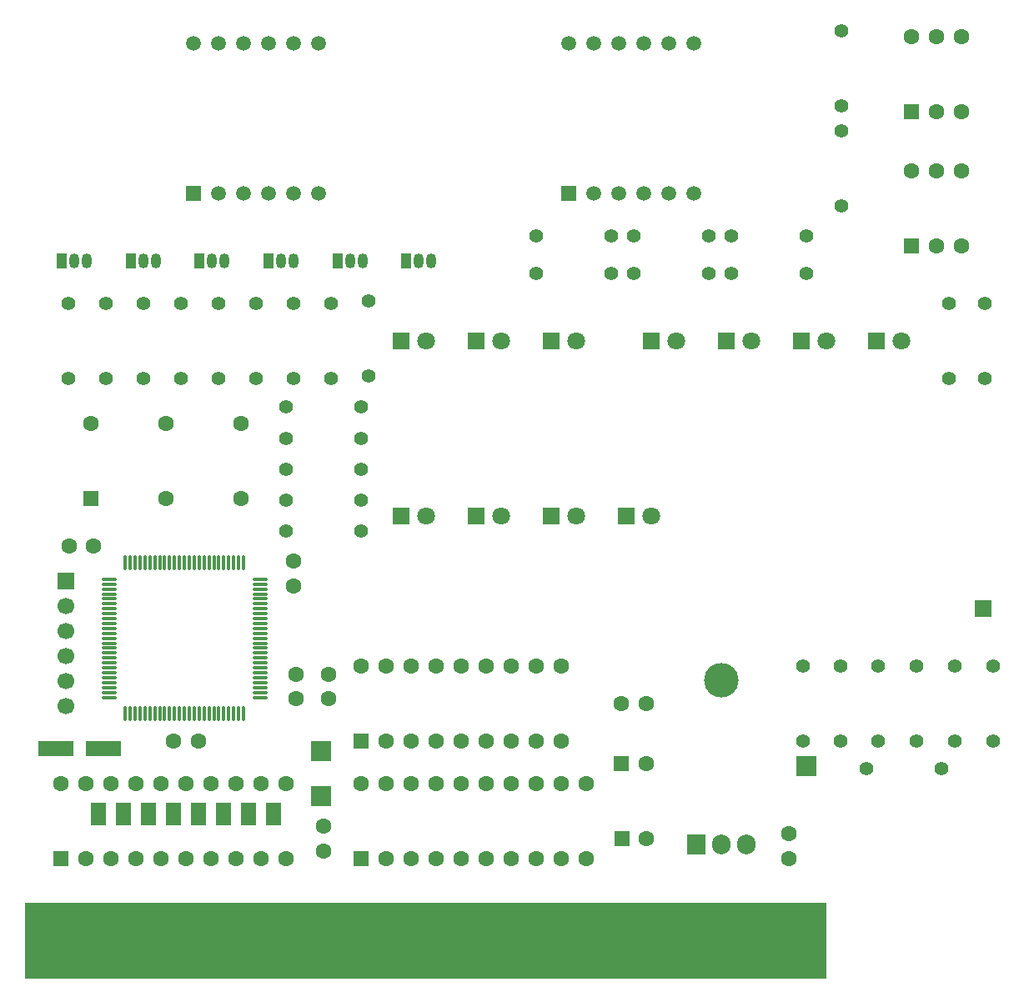
<source format=gbr>
%TF.GenerationSoftware,KiCad,Pcbnew,9.0.2+1*%
%TF.CreationDate,2025-06-30T02:26:09+02:00*%
%TF.ProjectId,isa_debug_card,6973615f-6465-4627-9567-5f636172642e,rev?*%
%TF.SameCoordinates,Original*%
%TF.FileFunction,Soldermask,Top*%
%TF.FilePolarity,Negative*%
%FSLAX46Y46*%
G04 Gerber Fmt 4.6, Leading zero omitted, Abs format (unit mm)*
G04 Created by KiCad (PCBNEW 9.0.2+1) date 2025-06-30 02:26:09*
%MOMM*%
%LPD*%
G01*
G04 APERTURE LIST*
G04 Aperture macros list*
%AMRoundRect*
0 Rectangle with rounded corners*
0 $1 Rounding radius*
0 $2 $3 $4 $5 $6 $7 $8 $9 X,Y pos of 4 corners*
0 Add a 4 corners polygon primitive as box body*
4,1,4,$2,$3,$4,$5,$6,$7,$8,$9,$2,$3,0*
0 Add four circle primitives for the rounded corners*
1,1,$1+$1,$2,$3*
1,1,$1+$1,$4,$5*
1,1,$1+$1,$6,$7*
1,1,$1+$1,$8,$9*
0 Add four rect primitives between the rounded corners*
20,1,$1+$1,$2,$3,$4,$5,0*
20,1,$1+$1,$4,$5,$6,$7,0*
20,1,$1+$1,$6,$7,$8,$9,0*
20,1,$1+$1,$8,$9,$2,$3,0*%
G04 Aperture macros list end*
%ADD10C,0.100000*%
%ADD11C,1.600000*%
%ADD12R,1.500000X1.000000*%
%ADD13R,1.600000X1.600000*%
%ADD14C,1.400000*%
%ADD15RoundRect,0.250000X0.550000X-0.550000X0.550000X0.550000X-0.550000X0.550000X-0.550000X-0.550000X0*%
%ADD16R,1.800000X1.800000*%
%ADD17C,1.800000*%
%ADD18C,3.500000*%
%ADD19R,1.905000X2.000000*%
%ADD20O,1.905000X2.000000*%
%ADD21R,1.000000X1.500000*%
%ADD22R,1.700000X1.700000*%
%ADD23C,1.700000*%
%ADD24R,1.050000X1.500000*%
%ADD25O,1.050000X1.500000*%
%ADD26R,2.000000X2.000000*%
%ADD27R,1.500000X1.500000*%
%ADD28C,1.500000*%
%ADD29R,1.780000X6.820000*%
%ADD30RoundRect,0.075000X-0.662500X-0.075000X0.662500X-0.075000X0.662500X0.075000X-0.662500X0.075000X0*%
%ADD31RoundRect,0.075000X-0.075000X-0.662500X0.075000X-0.662500X0.075000X0.662500X-0.075000X0.662500X0*%
%ADD32RoundRect,0.250000X-0.550000X-0.550000X0.550000X-0.550000X0.550000X0.550000X-0.550000X0.550000X0*%
G04 APERTURE END LIST*
D10*
X183524026Y-143138026D02*
X102244026Y-143138026D01*
X102244026Y-135518026D01*
X183524026Y-135518026D01*
X183524026Y-143138026D01*
G36*
X183524026Y-143138026D02*
G01*
X102244026Y-143138026D01*
X102244026Y-135518026D01*
X183524026Y-135518026D01*
X183524026Y-143138026D01*
G37*
%TO.C,JP3*%
G36*
X111518000Y-126677000D02*
G01*
X113018000Y-126677000D01*
X113018000Y-126377000D01*
X111518000Y-126377000D01*
X111518000Y-126677000D01*
G37*
%TO.C,JP1*%
G36*
X108978000Y-126677000D02*
G01*
X110478000Y-126677000D01*
X110478000Y-126377000D01*
X108978000Y-126377000D01*
X108978000Y-126677000D01*
G37*
%TO.C,JP4*%
G36*
X114058000Y-126677000D02*
G01*
X115558000Y-126677000D01*
X115558000Y-126377000D01*
X114058000Y-126377000D01*
X114058000Y-126677000D01*
G37*
%TO.C,JP2*%
G36*
X104580000Y-119138000D02*
G01*
X106180000Y-119138000D01*
X106180000Y-120638000D01*
X104580000Y-120638000D01*
X104580000Y-119138000D01*
G37*
%TO.C,JP8*%
G36*
X109406000Y-119138000D02*
G01*
X111006000Y-119138000D01*
X111006000Y-120638000D01*
X109406000Y-120638000D01*
X109406000Y-119138000D01*
G37*
%TO.C,JP6*%
G36*
X119138000Y-126677000D02*
G01*
X120638000Y-126677000D01*
X120638000Y-126377000D01*
X119138000Y-126377000D01*
X119138000Y-126677000D01*
G37*
%TO.C,JP7*%
G36*
X121678000Y-126677000D02*
G01*
X123178000Y-126677000D01*
X123178000Y-126377000D01*
X121678000Y-126377000D01*
X121678000Y-126677000D01*
G37*
%TO.C,JP5*%
G36*
X116598000Y-126677000D02*
G01*
X118098000Y-126677000D01*
X118098000Y-126377000D01*
X116598000Y-126377000D01*
X116598000Y-126677000D01*
G37*
%TO.C,JP9*%
G36*
X124218000Y-126677000D02*
G01*
X125718000Y-126677000D01*
X125718000Y-126377000D01*
X124218000Y-126377000D01*
X124218000Y-126677000D01*
G37*
%TO.C,JP10*%
G36*
X126758000Y-126677000D02*
G01*
X128258000Y-126677000D01*
X128258000Y-126377000D01*
X126758000Y-126377000D01*
X126758000Y-126677000D01*
G37*
%TD*%
D11*
%TO.C,C9*%
X129540000Y-103358000D03*
X129540000Y-100858000D03*
%TD*%
D12*
%TO.C,JP3*%
X112268000Y-127177000D03*
X112268000Y-125877000D03*
%TD*%
D11*
%TO.C,C6*%
X132588000Y-127782000D03*
X132588000Y-130282000D03*
%TD*%
%TO.C,Y1*%
X116586000Y-86868000D03*
X116586000Y-94488000D03*
D13*
X108966000Y-94488000D03*
D11*
X124206000Y-94488000D03*
X124206000Y-86868000D03*
X108966000Y-86868000D03*
%TD*%
D12*
%TO.C,JP1*%
X109728000Y-127177000D03*
X109728000Y-125877000D03*
%TD*%
D14*
%TO.C,R24*%
X181252000Y-119126000D03*
X181252000Y-111506000D03*
%TD*%
D12*
%TO.C,JP4*%
X114808000Y-127177000D03*
X114808000Y-125877000D03*
%TD*%
D15*
%TO.C,U5*%
X136398000Y-131084000D03*
D11*
X138938000Y-131084000D03*
X141478000Y-131084000D03*
X144018000Y-131084000D03*
X146558000Y-131084000D03*
X149098000Y-131084000D03*
X151638000Y-131084000D03*
X154178000Y-131084000D03*
X156718000Y-131084000D03*
X159258000Y-131084000D03*
X159258000Y-123464000D03*
X156718000Y-123464000D03*
X154178000Y-123464000D03*
X151638000Y-123464000D03*
X149098000Y-123464000D03*
X146558000Y-123464000D03*
X144018000Y-123464000D03*
X141478000Y-123464000D03*
X138938000Y-123464000D03*
X136398000Y-123464000D03*
%TD*%
D14*
%TO.C,R11*%
X128778000Y-88340000D03*
X136398000Y-88340000D03*
%TD*%
D11*
%TO.C,C8*%
X133096000Y-114808000D03*
X133096000Y-112308000D03*
%TD*%
D16*
%TO.C,D3*%
X148077000Y-96266000D03*
D17*
X150617000Y-96266000D03*
%TD*%
D14*
%TO.C,R21*%
X200558000Y-119126000D03*
X200558000Y-111506000D03*
%TD*%
%TO.C,R3*%
X114300000Y-82296000D03*
X114300000Y-74676000D03*
%TD*%
D18*
%TO.C,U2*%
X172974000Y-112966000D03*
D19*
X170434000Y-129626000D03*
D20*
X172974000Y-129626000D03*
X175514000Y-129626000D03*
%TD*%
D14*
%TO.C,R12*%
X128778000Y-91490000D03*
X136398000Y-91490000D03*
%TD*%
D21*
%TO.C,JP2*%
X104080000Y-119888000D03*
X105380000Y-119888000D03*
X106680000Y-119888000D03*
%TD*%
D22*
%TO.C,J2*%
X106426000Y-102870000D03*
D23*
X106426000Y-105410000D03*
X106426000Y-107950000D03*
X106426000Y-110490000D03*
X106426000Y-113030000D03*
X106426000Y-115570000D03*
%TD*%
D14*
%TO.C,R2*%
X110490000Y-82296000D03*
X110490000Y-74676000D03*
%TD*%
D11*
%TO.C,C10*%
X129794000Y-112328000D03*
X129794000Y-114828000D03*
%TD*%
%TO.C,C2*%
X162834000Y-115316000D03*
X165334000Y-115316000D03*
%TD*%
D24*
%TO.C,Q5*%
X133970000Y-70358000D03*
D25*
X135240000Y-70358000D03*
X136510000Y-70358000D03*
%TD*%
D14*
%TO.C,R16*%
X196646000Y-119126000D03*
X196646000Y-111506000D03*
%TD*%
%TO.C,R28*%
X154178000Y-67818000D03*
X161798000Y-67818000D03*
%TD*%
%TO.C,R10*%
X133350000Y-82296000D03*
X133350000Y-74676000D03*
%TD*%
D21*
%TO.C,JP8*%
X108906000Y-119888000D03*
X110206000Y-119888000D03*
X111506000Y-119888000D03*
%TD*%
D14*
%TO.C,R26*%
X199746000Y-82296000D03*
X199746000Y-74676000D03*
%TD*%
%TO.C,R20*%
X196088000Y-82296000D03*
X196088000Y-74676000D03*
%TD*%
D16*
%TO.C,D10*%
X148082000Y-78486000D03*
D17*
X150622000Y-78486000D03*
%TD*%
D14*
%TO.C,R19*%
X185166000Y-46990000D03*
X185166000Y-54610000D03*
%TD*%
D16*
%TO.C,D6*%
X188717000Y-78486000D03*
D17*
X191257000Y-78486000D03*
%TD*%
D14*
%TO.C,R25*%
X188874000Y-119126000D03*
X188874000Y-111506000D03*
%TD*%
D26*
%TO.C,TP2*%
X132334000Y-120142000D03*
%TD*%
D27*
%TO.C,U6*%
X119380000Y-63500000D03*
D28*
X121920000Y-63500000D03*
X124460000Y-63500000D03*
X127000000Y-63500000D03*
X129540000Y-63500000D03*
X132080000Y-63500000D03*
X132080000Y-48260000D03*
X129540000Y-48260000D03*
X127000000Y-48260000D03*
X124460000Y-48260000D03*
X121920000Y-48260000D03*
X119380000Y-48260000D03*
%TD*%
D14*
%TO.C,R23*%
X128778000Y-97790000D03*
X136398000Y-97790000D03*
%TD*%
D29*
%TO.C,J1*%
X180984026Y-138928026D03*
X178444026Y-138928026D03*
X175904026Y-138928026D03*
X173364026Y-138928026D03*
X170824026Y-138928026D03*
X168284026Y-138928026D03*
X165744026Y-138928026D03*
X163204026Y-138928026D03*
X160664026Y-138928026D03*
X158124026Y-138928026D03*
X155584026Y-138928026D03*
X153044026Y-138928026D03*
X150504026Y-138928026D03*
X147964026Y-138928026D03*
X145424026Y-138928026D03*
X142884026Y-138928026D03*
X140344026Y-138928026D03*
X137804026Y-138928026D03*
X135264026Y-138928026D03*
X132724026Y-138928026D03*
X130184026Y-138928026D03*
X127644026Y-138928026D03*
X125104026Y-138928026D03*
X122564026Y-138928026D03*
X120024026Y-138928026D03*
X117484026Y-138928026D03*
X114944026Y-138928026D03*
X112404026Y-138928026D03*
X109864026Y-138928026D03*
X107324026Y-138928026D03*
X104784026Y-138928026D03*
%TD*%
D14*
%TO.C,R27*%
X195326000Y-121920000D03*
X187706000Y-121920000D03*
%TD*%
D30*
%TO.C,U3*%
X110773500Y-102669500D03*
X110773500Y-103169500D03*
X110773500Y-103669500D03*
X110773500Y-104169500D03*
X110773500Y-104669500D03*
X110773500Y-105169500D03*
X110773500Y-105669500D03*
X110773500Y-106169500D03*
X110773500Y-106669500D03*
X110773500Y-107169500D03*
X110773500Y-107669500D03*
X110773500Y-108169500D03*
X110773500Y-108669500D03*
X110773500Y-109169500D03*
X110773500Y-109669500D03*
X110773500Y-110169500D03*
X110773500Y-110669500D03*
X110773500Y-111169500D03*
X110773500Y-111669500D03*
X110773500Y-112169500D03*
X110773500Y-112669500D03*
X110773500Y-113169500D03*
X110773500Y-113669500D03*
X110773500Y-114169500D03*
X110773500Y-114669500D03*
D31*
X112436000Y-116332000D03*
X112936000Y-116332000D03*
X113436000Y-116332000D03*
X113936000Y-116332000D03*
X114436000Y-116332000D03*
X114936000Y-116332000D03*
X115436000Y-116332000D03*
X115936000Y-116332000D03*
X116436000Y-116332000D03*
X116936000Y-116332000D03*
X117436000Y-116332000D03*
X117936000Y-116332000D03*
X118436000Y-116332000D03*
X118936000Y-116332000D03*
X119436000Y-116332000D03*
X119936000Y-116332000D03*
X120436000Y-116332000D03*
X120936000Y-116332000D03*
X121436000Y-116332000D03*
X121936000Y-116332000D03*
X122436000Y-116332000D03*
X122936000Y-116332000D03*
X123436000Y-116332000D03*
X123936000Y-116332000D03*
X124436000Y-116332000D03*
D30*
X126098500Y-114669500D03*
X126098500Y-114169500D03*
X126098500Y-113669500D03*
X126098500Y-113169500D03*
X126098500Y-112669500D03*
X126098500Y-112169500D03*
X126098500Y-111669500D03*
X126098500Y-111169500D03*
X126098500Y-110669500D03*
X126098500Y-110169500D03*
X126098500Y-109669500D03*
X126098500Y-109169500D03*
X126098500Y-108669500D03*
X126098500Y-108169500D03*
X126098500Y-107669500D03*
X126098500Y-107169500D03*
X126098500Y-106669500D03*
X126098500Y-106169500D03*
X126098500Y-105669500D03*
X126098500Y-105169500D03*
X126098500Y-104669500D03*
X126098500Y-104169500D03*
X126098500Y-103669500D03*
X126098500Y-103169500D03*
X126098500Y-102669500D03*
D31*
X124436000Y-101007000D03*
X123936000Y-101007000D03*
X123436000Y-101007000D03*
X122936000Y-101007000D03*
X122436000Y-101007000D03*
X121936000Y-101007000D03*
X121436000Y-101007000D03*
X120936000Y-101007000D03*
X120436000Y-101007000D03*
X119936000Y-101007000D03*
X119436000Y-101007000D03*
X118936000Y-101007000D03*
X118436000Y-101007000D03*
X117936000Y-101007000D03*
X117436000Y-101007000D03*
X116936000Y-101007000D03*
X116436000Y-101007000D03*
X115936000Y-101007000D03*
X115436000Y-101007000D03*
X114936000Y-101007000D03*
X114436000Y-101007000D03*
X113936000Y-101007000D03*
X113436000Y-101007000D03*
X112936000Y-101007000D03*
X112436000Y-101007000D03*
%TD*%
D16*
%TO.C,D11*%
X163317000Y-96266000D03*
D17*
X165857000Y-96266000D03*
%TD*%
D12*
%TO.C,JP6*%
X119888000Y-127177000D03*
X119888000Y-125877000D03*
%TD*%
D14*
%TO.C,R1*%
X106680000Y-82296000D03*
X106680000Y-74676000D03*
%TD*%
D15*
%TO.C,SW1*%
X192278000Y-55202500D03*
D11*
X194818000Y-55202500D03*
X197358000Y-55202500D03*
X197358000Y-47582500D03*
X194818000Y-47582500D03*
X192278000Y-47582500D03*
%TD*%
D12*
%TO.C,JP7*%
X122428000Y-127177000D03*
X122428000Y-125877000D03*
%TD*%
D26*
%TO.C,TP3*%
X181610000Y-121666000D03*
%TD*%
D32*
%TO.C,C1*%
X162814000Y-121412000D03*
D11*
X165314000Y-121412000D03*
%TD*%
D24*
%TO.C,Q6*%
X140970000Y-70358000D03*
D25*
X142240000Y-70358000D03*
X143510000Y-70358000D03*
%TD*%
D14*
%TO.C,R29*%
X154178000Y-71628000D03*
X161798000Y-71628000D03*
%TD*%
D15*
%TO.C,U4*%
X136398000Y-119146000D03*
D11*
X138938000Y-119146000D03*
X141478000Y-119146000D03*
X144018000Y-119146000D03*
X146558000Y-119146000D03*
X149098000Y-119146000D03*
X151638000Y-119146000D03*
X154178000Y-119146000D03*
X156718000Y-119146000D03*
X156718000Y-111526000D03*
X154178000Y-111526000D03*
X151638000Y-111526000D03*
X149098000Y-111526000D03*
X146558000Y-111526000D03*
X144018000Y-111526000D03*
X141478000Y-111526000D03*
X138938000Y-111526000D03*
X136398000Y-111526000D03*
%TD*%
D16*
%TO.C,D5*%
X155702000Y-78486000D03*
D17*
X158242000Y-78486000D03*
%TD*%
D27*
%TO.C,U7*%
X157480000Y-63500000D03*
D28*
X160020000Y-63500000D03*
X162560000Y-63500000D03*
X165100000Y-63500000D03*
X167640000Y-63500000D03*
X170180000Y-63500000D03*
X170180000Y-48260000D03*
X167640000Y-48260000D03*
X165100000Y-48260000D03*
X162560000Y-48260000D03*
X160020000Y-48260000D03*
X157480000Y-48260000D03*
%TD*%
D16*
%TO.C,D1*%
X155697000Y-96266000D03*
D17*
X158237000Y-96266000D03*
%TD*%
D14*
%TO.C,R17*%
X171704000Y-67818000D03*
X164084000Y-67818000D03*
%TD*%
%TO.C,R31*%
X192734000Y-119126000D03*
X192734000Y-111506000D03*
%TD*%
D11*
%TO.C,C5*%
X106720000Y-99314000D03*
X109220000Y-99314000D03*
%TD*%
D15*
%TO.C,U1*%
X105918000Y-131084000D03*
D11*
X108458000Y-131084000D03*
X110998000Y-131084000D03*
X113538000Y-131084000D03*
X116078000Y-131084000D03*
X118618000Y-131084000D03*
X121158000Y-131084000D03*
X123698000Y-131084000D03*
X126238000Y-131084000D03*
X128778000Y-131084000D03*
X128778000Y-123464000D03*
X126238000Y-123464000D03*
X123698000Y-123464000D03*
X121158000Y-123464000D03*
X118618000Y-123464000D03*
X116078000Y-123464000D03*
X113538000Y-123464000D03*
X110998000Y-123464000D03*
X108458000Y-123464000D03*
X105918000Y-123464000D03*
%TD*%
D16*
%TO.C,D8*%
X165857000Y-78486000D03*
D17*
X168397000Y-78486000D03*
%TD*%
D14*
%TO.C,R14*%
X181610000Y-71628000D03*
X173990000Y-71628000D03*
%TD*%
%TO.C,R30*%
X185064000Y-119126000D03*
X185064000Y-111506000D03*
%TD*%
D16*
%TO.C,D2*%
X181097000Y-78486000D03*
D17*
X183637000Y-78486000D03*
%TD*%
D14*
%TO.C,R8*%
X125730000Y-82296000D03*
X125730000Y-74676000D03*
%TD*%
%TO.C,R18*%
X185166000Y-57150000D03*
X185166000Y-64770000D03*
%TD*%
D11*
%TO.C,C3*%
X179832000Y-128544000D03*
X179832000Y-131044000D03*
%TD*%
%TO.C,C7*%
X119868000Y-119126000D03*
X117368000Y-119126000D03*
%TD*%
D16*
%TO.C,D7*%
X140457000Y-96266000D03*
D17*
X142997000Y-96266000D03*
%TD*%
D15*
%TO.C,SW2*%
X192290500Y-68791500D03*
D11*
X194830500Y-68791500D03*
X197370500Y-68791500D03*
X197370500Y-61171500D03*
X194830500Y-61171500D03*
X192290500Y-61171500D03*
%TD*%
D24*
%TO.C,Q1*%
X105970000Y-70358000D03*
D25*
X107240000Y-70358000D03*
X108510000Y-70358000D03*
%TD*%
D12*
%TO.C,JP5*%
X117348000Y-127177000D03*
X117348000Y-125877000D03*
%TD*%
D14*
%TO.C,R7*%
X121920000Y-82296000D03*
X121920000Y-74676000D03*
%TD*%
%TO.C,R13*%
X181610000Y-67818000D03*
X173990000Y-67818000D03*
%TD*%
D24*
%TO.C,Q2*%
X112970000Y-70358000D03*
D25*
X114240000Y-70358000D03*
X115510000Y-70358000D03*
%TD*%
D26*
%TO.C,TP1*%
X132334000Y-124714000D03*
%TD*%
D14*
%TO.C,R9*%
X129540000Y-82296000D03*
X129540000Y-74676000D03*
%TD*%
D22*
%TO.C,J3*%
X199517000Y-105664000D03*
%TD*%
D14*
%TO.C,R22*%
X128778000Y-94640000D03*
X136398000Y-94640000D03*
%TD*%
%TO.C,R6*%
X128778000Y-85190000D03*
X136398000Y-85190000D03*
%TD*%
D32*
%TO.C,C4*%
X162854000Y-129032000D03*
D11*
X165354000Y-129032000D03*
%TD*%
D14*
%TO.C,R15*%
X171704000Y-71628000D03*
X164084000Y-71628000D03*
%TD*%
%TO.C,R5*%
X137160000Y-82042000D03*
X137160000Y-74422000D03*
%TD*%
%TO.C,R4*%
X118110000Y-82296000D03*
X118110000Y-74676000D03*
%TD*%
D16*
%TO.C,D4*%
X140462000Y-78486000D03*
D17*
X143002000Y-78486000D03*
%TD*%
D12*
%TO.C,JP9*%
X124968000Y-127177000D03*
X124968000Y-125877000D03*
%TD*%
D24*
%TO.C,Q4*%
X126970000Y-70358000D03*
D25*
X128240000Y-70358000D03*
X129510000Y-70358000D03*
%TD*%
D12*
%TO.C,JP10*%
X127508000Y-127177000D03*
X127508000Y-125877000D03*
%TD*%
D16*
%TO.C,D9*%
X173477000Y-78486000D03*
D17*
X176017000Y-78486000D03*
%TD*%
D24*
%TO.C,Q3*%
X119970000Y-70358000D03*
D25*
X121240000Y-70358000D03*
X122510000Y-70358000D03*
%TD*%
M02*

</source>
